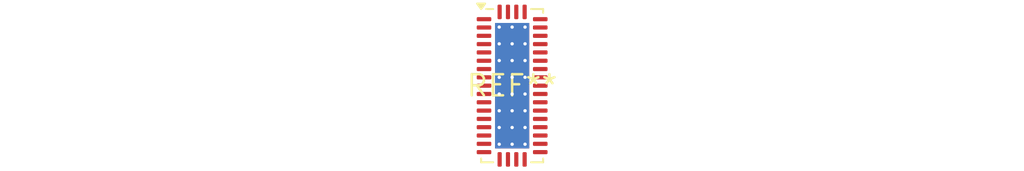
<source format=kicad_pcb>
(kicad_pcb (version 20240108) (generator pcbnew)
  (layers (0 "F.Cu" signal) (31 "B.Cu" signal) (34 "B.Paste" user) (35 "F.Paste" user) (36 "B.SilkS" user "B.Silkscreen") (37 "F.SilkS" user "F.Silkscreen") (38 "B.Mask" user) (39 "F.Mask" user) (44 "Edge.Cuts" user))
  (net 0 "")
  (footprint "WQFN-42-1EP_3.5x9mm_P0.5mm_EP2.05x7.55mm_ThermalVias" (layer "F.Cu") (at 0 0)
    (property "Reference" "REF**")
    (property "Value" "WQFN-42-1EP_3.5x9mm_P0.5mm_EP2.05x7.55mm_ThermalVias")
    (fp_line (start -1.86 4.61) (end -1.86 4.385) (layer "F.SilkS") (stroke (width 0.12)))
    (fp_line (start -1.135 -4.61) (end -1.56 -4.61) (layer "F.SilkS") (stroke (width 0.12)))
    (fp_line (start -1.135 4.61) (end -1.86 4.61) (layer "F.SilkS") (stroke (width 0.12)))
    (fp_line (start 1.135 -4.61) (end 1.86 -4.61) (layer "F.SilkS") (stroke (width 0.12)))
    (fp_line (start 1.135 4.61) (end 1.86 4.61) (layer "F.SilkS") (stroke (width 0.12)))
    (fp_line (start 1.86 -4.61) (end 1.86 -4.385) (layer "F.SilkS") (stroke (width 0.12)))
    (fp_line (start 1.86 4.61) (end 1.86 4.385) (layer "F.SilkS") (stroke (width 0.12)))
    (fp_poly (pts (xy -1.86 -4.61) (xy -2.1 -4.94) (xy -1.62 -4.94) (xy -1.86 -4.61)) (layer "F.SilkS") (stroke (width 0.12)) (fill solid))
    (pad "1" smd roundrect (at -1.6875 -4) (size 0.875 0.25) (layers "F.Cu" "F.Paste" "F.Mask"))
    (pad "2" smd roundrect (at -1.6875 -3.5) (size 0.875 0.25) (layers "F.Cu" "F.Paste" "F.Mask"))
    (pad "3" smd roundrect (at -1.6875 -3) (size 0.875 0.25) (layers "F.Cu" "F.Paste" "F.Mask"))
    (pad "4" smd roundrect (at -1.6875 -2.5) (size 0.875 0.25) (layers "F.Cu" "F.Paste" "F.Mask"))
    (pad "5" smd roundrect (at -1.6875 -2) (size 0.875 0.25) (layers "F.Cu" "F.Paste" "F.Mask"))
    (pad "6" smd roundrect (at -1.6875 -1.5) (size 0.875 0.25) (layers "F.Cu" "F.Paste" "F.Mask"))
    (pad "7" smd roundrect (at -1.6875 -1) (size 0.875 0.25) (layers "F.Cu" "F.Paste" "F.Mask"))
    (pad "8" smd roundrect (at -1.6875 -0.5) (size 0.875 0.25) (layers "F.Cu" "F.Paste" "F.Mask"))
    (pad "9" smd roundrect (at -1.6875 0) (size 0.875 0.25) (layers "F.Cu" "F.Paste" "F.Mask"))
    (pad "10" smd roundrect (at -1.6875 0.5) (size 0.875 0.25) (layers "F.Cu" "F.Paste" "F.Mask"))
    (pad "11" smd roundrect (at -1.6875 1) (size 0.875 0.25) (layers "F.Cu" "F.Paste" "F.Mask"))
    (pad "12" smd roundrect (at -1.6875 1.5) (size 0.875 0.25) (layers "F.Cu" "F.Paste" "F.Mask"))
    (pad "13" smd roundrect (at -1.6875 2) (size 0.875 0.25) (layers "F.Cu" "F.Paste" "F.Mask"))
    (pad "14" smd roundrect (at -1.6875 2.5) (size 0.875 0.25) (layers "F.Cu" "F.Paste" "F.Mask"))
    (pad "15" smd roundrect (at -1.6875 3) (size 0.875 0.25) (layers "F.Cu" "F.Paste" "F.Mask"))
    (pad "16" smd roundrect (at -1.6875 3.5) (size 0.875 0.25) (layers "F.Cu" "F.Paste" "F.Mask"))
    (pad "17" smd roundrect (at -1.6875 4) (size 0.875 0.25) (layers "F.Cu" "F.Paste" "F.Mask"))
    (pad "18" smd roundrect (at -0.75 4.4375) (size 0.25 0.875) (layers "F.Cu" "F.Paste" "F.Mask"))
    (pad "19" smd roundrect (at -0.25 4.4375) (size 0.25 0.875) (layers "F.Cu" "F.Paste" "F.Mask"))
    (pad "20" smd roundrect (at 0.25 4.4375) (size 0.25 0.875) (layers "F.Cu" "F.Paste" "F.Mask"))
    (pad "21" smd roundrect (at 0.75 4.4375) (size 0.25 0.875) (layers "F.Cu" "F.Paste" "F.Mask"))
    (pad "22" smd roundrect (at 1.6875 4) (size 0.875 0.25) (layers "F.Cu" "F.Paste" "F.Mask"))
    (pad "23" smd roundrect (at 1.6875 3.5) (size 0.875 0.25) (layers "F.Cu" "F.Paste" "F.Mask"))
    (pad "24" smd roundrect (at 1.6875 3) (size 0.875 0.25) (layers "F.Cu" "F.Paste" "F.Mask"))
    (pad "25" smd roundrect (at 1.6875 2.5) (size 0.875 0.25) (layers "F.Cu" "F.Paste" "F.Mask"))
    (pad "26" smd roundrect (at 1.6875 2) (size 0.875 0.25) (layers "F.Cu" "F.Paste" "F.Mask"))
    (pad "27" smd roundrect (at 1.6875 1.5) (size 0.875 0.25) (layers "F.Cu" "F.Paste" "F.Mask"))
    (pad "28" smd roundrect (at 1.6875 1) (size 0.875 0.25) (layers "F.Cu" "F.Paste" "F.Mask"))
    (pad "29" smd roundrect (at 1.6875 0.5) (size 0.875 0.25) (layers "F.Cu" "F.Paste" "F.Mask"))
    (pad "30" smd roundrect (at 1.6875 0) (size 0.875 0.25) (layers "F.Cu" "F.Paste" "F.Mask"))
    (pad "31" smd roundrect (at 1.6875 -0.5) (size 0.875 0.25) (layers "F.Cu" "F.Paste" "F.Mask"))
    (pad "32" smd roundrect (at 1.6875 -1) (size 0.875 0.25) (layers "F.Cu" "F.Paste" "F.Mask"))
    (pad "33" smd roundrect (at 1.6875 -1.5) (size 0.875 0.25) (layers "F.Cu" "F.Paste" "F.Mask"))
    (pad "34" smd roundrect (at 1.6875 -2) (size 0.875 0.25) (layers "F.Cu" "F.Paste" "F.Mask"))
    (pad "35" smd roundrect (at 1.6875 -2.5) (size 0.875 0.25) (layers "F.Cu" "F.Paste" "F.Mask"))
    (pad "36" smd roundrect (at 1.6875 -3) (size 0.875 0.25) (layers "F.Cu" "F.Paste" "F.Mask"))
    (pad "37" smd roundrect (at 1.6875 -3.5) (size 0.875 0.25) (layers "F.Cu" "F.Paste" "F.Mask"))
    (pad "38" smd roundrect (at 1.6875 -4) (size 0.875 0.25) (layers "F.Cu" "F.Paste" "F.Mask"))
    (pad "39" smd roundrect (at 0.75 -4.4375) (size 0.25 0.875) (layers "F.Cu" "F.Paste" "F.Mask"))
    (pad "40" smd roundrect (at 0.25 -4.4375) (size 0.25 0.875) (layers "F.Cu" "F.Paste" "F.Mask"))
    (pad "41" smd roundrect (at -0.25 -4.4375) (size 0.25 0.875) (layers "F.Cu" "F.Paste" "F.Mask"))
    (pad "42" smd roundrect (at -0.75 -4.4375) (size 0.25 0.875) (layers "F.Cu" "F.Paste" "F.Mask"))
    (pad "43" thru_hole circle (at -0.775 -3.525) (size 0.5 0.5) (drill 0.2) (property pad_prop_heatsink) (layers *.Cu) (remove_unused_layers))
    (pad "43" thru_hole circle (at -0.775 -2.517857) (size 0.5 0.5) (drill 0.2) (property pad_prop_heatsink) (layers *.Cu) (remove_unused_layers))
    (pad "43" thru_hole circle (at -0.775 -1.510714) (size 0.5 0.5) (drill 0.2) (property pad_prop_heatsink) (layers *.Cu) (remove_unused_layers))
    (pad "43" thru_hole circle (at -0.775 -0.503571) (size 0.5 0.5) (drill 0.2) (property pad_prop_heatsink) (layers *.Cu) (remove_unused_layers))
    (pad "43" thru_hole circle (at -0.775 0.503571) (size 0.5 0.5) (drill 0.2) (property pad_prop_heatsink) (layers *.Cu) (remove_unused_layers))
    (pad "43" thru_hole circle (at -0.775 1.510714) (size 0.5 0.5) (drill 0.2) (property pad_prop_heatsink) (layers *.Cu) (remove_unused_layers))
    (pad "43" thru_hole circle (at -0.775 2.517857) (size 0.5 0.5) (drill 0.2) (property pad_prop_heatsink) (layers *.Cu) (remove_unused_layers))
    (pad "43" thru_hole circle (at -0.775 3.525) (size 0.5 0.5) (drill 0.2) (property pad_prop_heatsink) (layers *.Cu) (remove_unused_layers))
    (pad "43" thru_hole circle (at 0 -3.525) (size 0.5 0.5) (drill 0.2) (property pad_prop_heatsink) (layers *.Cu) (remove_unused_layers))
    (pad "43" thru_hole circle (at 0 -2.517857) (size 0.5 0.5) (drill 0.2) (property pad_prop_heatsink) (layers *.Cu) (remove_unused_layers))
    (pad "43" thru_hole circle (at 0 -1.510714) (size 0.5 0.5) (drill 0.2) (property pad_prop_heatsink) (layers *.Cu) (remove_unused_layers))
    (pad "43" thru_hole circle (at 0 -0.503571) (size 0.5 0.5) (drill 0.2) (property pad_prop_heatsink) (layers *.Cu) (remove_unused_layers))
    (pad "43" smd rect (at 0 0) (size 2.05 7.55) (property pad_prop_heatsink) (layers "F.Cu" "F.Mask"))
    (pad "43" smd rect (at 0 0) (size 2.05 7.55) (property pad_prop_heatsink) (layers "B.Cu"))
    (pad "43" thru_hole circle (at 0 0.503571) (size 0.5 0.5) (drill 0.2) (property pad_prop_heatsink) (layers *.Cu) (remove_unused_layers))
    (pad "43" thru_hole circle (at 0 1.510714) (size 0.5 0.5) (drill 0.2) (property pad_prop_heatsink) (layers *.Cu) (remove_unused_layers))
    (pad "43" thru_hole circle (at 0 2.517857) (size 0.5 0.5) (drill 0.2) (property pad_prop_heatsink) (layers *.Cu) (remove_unused_layers))
    (pad "43" thru_hole circle (at 0 3.525) (size 0.5 0.5) (drill 0.2) (property pad_prop_heatsink) (layers *.Cu) (remove_unused_layers))
    (pad "43" thru_hole circle (at 0.775 -3.525) (size 0.5 0.5) (drill 0.2) (property pad_prop_heatsink) (layers *.Cu) (remove_unused_layers))
    (pad "43" thru_hole circle (at 0.775 -2.517857) (size 0.5 0.5) (drill 0.2) (property pad_prop_heatsink) (layers *.Cu) (remove_unused_layers))
    (pad "43" thru_hole circle (at 0.775 -1.510714) (size 0.5 0.5) (drill 0.2) (property pad_prop_heatsink) (layers *.Cu) (remove_unused_layers))
    (pad "43" thru_hole circle (at 0.775 -0.503571) (size 0.5 0.5) (drill 0.2) (property pad_prop_heatsink) (layers *.Cu) (remove_unused_layers))
    (pad "43" thru_hole circle (at 0.775 0.503571) (size 0.5 0.5) (drill 0.2) (property pad_prop_heatsink) (layers *.Cu) (remove_unused_layers))
    (pad "43" thru_hole circle (at 0.775 1.510714) (size 0.5 0.5) (drill 0.2) (property pad_prop_heatsink) (layers *.Cu) (remove_unused_layers))
    (pad "43" thru_hole circle (at 0.775 2.517857) (size 0.5 0.5) (drill 0.2) (property pad_prop_heatsink) (layers *.Cu) (remove_unused_layers))
    (pad "43" thru_hole circle (at 0.775 3.525) (size 0.5 0.5) (drill 0.2) (property pad_prop_heatsink) (layers *.Cu) (remove_unused_layers))
  )
)
</source>
